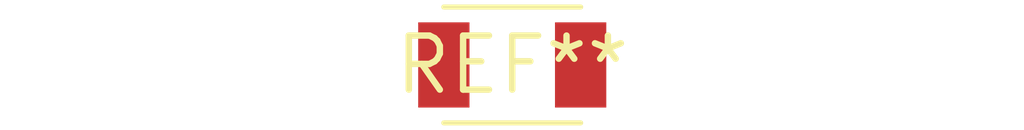
<source format=kicad_pcb>
(kicad_pcb (version 20240108) (generator pcbnew)
  (layers (0 "F.Cu" signal) (31 "B.Cu" signal) (34 "B.Paste" user) (35 "F.Paste" user) (36 "B.SilkS" user "B.Silkscreen") (37 "F.SilkS" user "F.Silkscreen") (38 "B.Mask" user) (39 "F.Mask" user) (44 "Edge.Cuts" user))
  (net 0 "")
  (footprint "L_TDK_NLV32_3.2x2.5mm" (layer "F.Cu") (at 0 0)
    (property "Reference" "REF**")
    (property "Value" "L_TDK_NLV32_3.2x2.5mm")
    (fp_line (start -1.6 -1.36) (end 1.6 -1.36) (layer "F.SilkS") (stroke (width 0.12)))
    (fp_line (start 1.6 1.36) (end -1.6 1.36) (layer "F.SilkS") (stroke (width 0.12)))
    (pad "1" smd rect (at -1.6 0) (size 1.2 2) (layers "F.Cu" "F.Paste" "F.Mask"))
    (pad "2" smd rect (at 1.6 0) (size 1.2 2) (layers "F.Cu" "F.Paste" "F.Mask"))
  )
)
</source>
